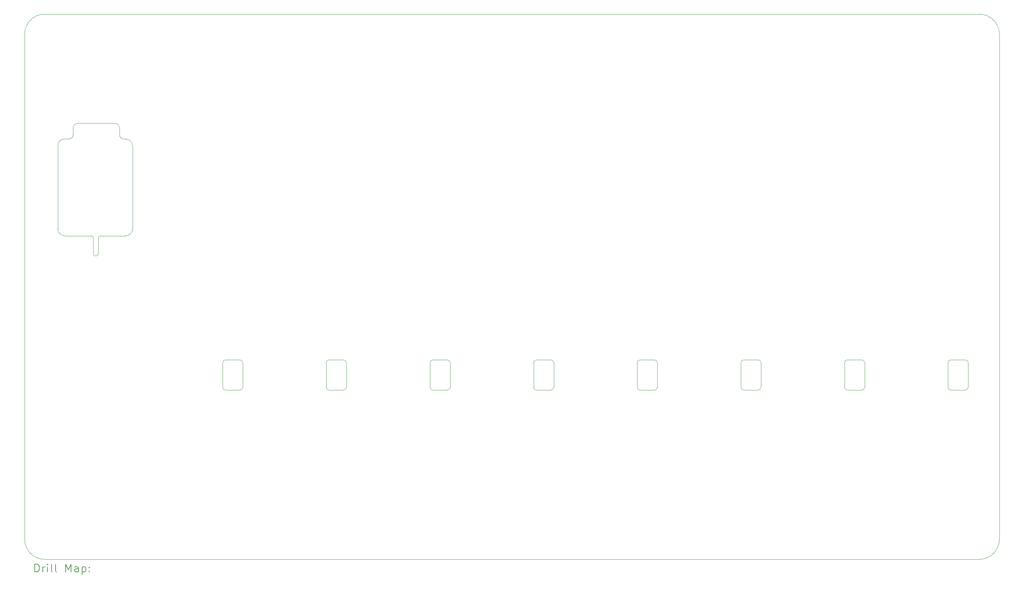
<source format=gbr>
%TF.GenerationSoftware,KiCad,Pcbnew,7.0.9-7.0.9~ubuntu23.04.1*%
%TF.CreationDate,2023-11-23T11:22:59-03:00*%
%TF.ProjectId,projeto_luz_prefeitura_02,70726f6a-6574-46f5-9f6c-757a5f707265,rev?*%
%TF.SameCoordinates,Original*%
%TF.FileFunction,Drillmap*%
%TF.FilePolarity,Positive*%
%FSLAX45Y45*%
G04 Gerber Fmt 4.5, Leading zero omitted, Abs format (unit mm)*
G04 Created by KiCad (PCBNEW 7.0.9-7.0.9~ubuntu23.04.1) date 2023-11-23 11:22:59*
%MOMM*%
%LPD*%
G01*
G04 APERTURE LIST*
%ADD10C,0.100000*%
%ADD11C,0.200000*%
G04 APERTURE END LIST*
D10*
X20147990Y-12071150D02*
X20147990Y-11461550D01*
X7117790Y-12071150D02*
G75*
G03*
X7193990Y-12147350I76200J0D01*
G01*
X3941000Y-8771450D02*
X3915600Y-8771450D01*
X12407600Y-11385350D02*
X12763200Y-11385350D01*
X9796660Y-11385350D02*
G75*
G03*
X9720460Y-11461550I0J-76200D01*
G01*
X17970200Y-12147350D02*
X17614600Y-12147350D01*
X2137210Y-15896790D02*
G75*
G03*
X2645210Y-16404790I508000J0D01*
G01*
X10152260Y-12147350D02*
G75*
G03*
X10228460Y-12071150I0J76200D01*
G01*
X25862990Y-11461550D02*
G75*
G03*
X25786790Y-11385350I-76200J0D01*
G01*
X3864800Y-8720650D02*
X3864800Y-8317860D01*
X26140210Y-2688790D02*
X2645210Y-2688790D01*
X25786790Y-12147350D02*
X25431190Y-12147350D01*
X17538400Y-12071150D02*
X17538400Y-11461550D01*
X10228460Y-11461550D02*
G75*
G03*
X10152260Y-11385350I-76200J0D01*
G01*
X25862990Y-11461550D02*
X25862990Y-12071150D01*
X14934900Y-12071150D02*
G75*
G03*
X15011100Y-12147350I76200J0D01*
G01*
X3941000Y-8771450D02*
G75*
G03*
X3991800Y-8720650I0J50800D01*
G01*
X3149990Y-5828660D02*
G75*
G03*
X2972190Y-6006460I0J-177800D01*
G01*
X18046400Y-11461550D02*
G75*
G03*
X17970200Y-11385350I-76200J0D01*
G01*
X15442900Y-11461550D02*
X15442900Y-12071150D01*
X9720460Y-12071150D02*
X9720460Y-11461550D01*
X4397130Y-5434960D02*
X3483800Y-5434960D01*
X12407600Y-11385350D02*
G75*
G03*
X12331400Y-11461550I0J-76200D01*
G01*
X15442900Y-11461550D02*
G75*
G03*
X15366700Y-11385350I-76200J0D01*
G01*
X9720460Y-12071150D02*
G75*
G03*
X9796660Y-12147350I76200J0D01*
G01*
X25786790Y-12147350D02*
G75*
G03*
X25862990Y-12071150I0J76200D01*
G01*
X2972190Y-6006460D02*
X2972190Y-8089260D01*
X17538400Y-12071150D02*
G75*
G03*
X17614600Y-12147350I76200J0D01*
G01*
X26648210Y-15896790D02*
X26648210Y-3196790D01*
X10152260Y-12147350D02*
X9796660Y-12147350D01*
X26648210Y-3196790D02*
G75*
G03*
X26140210Y-2688790I-508000J0D01*
G01*
X2972190Y-8089260D02*
G75*
G03*
X3149990Y-8267060I177800J0D01*
G01*
X17970200Y-12147350D02*
G75*
G03*
X18046400Y-12071150I0J76200D01*
G01*
X15366700Y-12147350D02*
G75*
G03*
X15442900Y-12071150I0J76200D01*
G01*
X22827300Y-11385350D02*
X23182900Y-11385350D01*
X7625790Y-11461550D02*
G75*
G03*
X7549590Y-11385350I-76200J0D01*
G01*
X3255200Y-5828660D02*
X3149990Y-5828660D01*
X3991800Y-8317860D02*
X3991800Y-8365050D01*
X3483800Y-5434960D02*
G75*
G03*
X3356800Y-5561960I0J-127000D01*
G01*
X3356800Y-5727060D02*
X3356800Y-5561960D01*
X23182900Y-12147350D02*
X22827300Y-12147350D01*
X4524130Y-5561960D02*
G75*
G03*
X4397130Y-5434960I-127000J0D01*
G01*
X17614600Y-11385350D02*
G75*
G03*
X17538400Y-11461550I0J-76200D01*
G01*
X20224190Y-11385350D02*
X20579790Y-11385350D01*
X2645210Y-2688790D02*
G75*
G03*
X2137210Y-3196790I0J-508000D01*
G01*
X2137210Y-3196790D02*
X2137210Y-15896790D01*
X25431190Y-11385350D02*
X25786790Y-11385350D01*
X4042600Y-8267060D02*
X4673990Y-8267060D01*
X3864800Y-8317860D02*
G75*
G03*
X3814000Y-8267060I-50800J0D01*
G01*
X4524130Y-5727060D02*
G75*
G03*
X4625730Y-5828660I101600J0D01*
G01*
X7549590Y-12147350D02*
X7193990Y-12147350D01*
X7193990Y-11385350D02*
G75*
G03*
X7117790Y-11461550I0J-76200D01*
G01*
X15011100Y-11385350D02*
X15366700Y-11385350D01*
X3864800Y-8720650D02*
G75*
G03*
X3915600Y-8771450I50800J0D01*
G01*
X12331400Y-12071150D02*
G75*
G03*
X12407600Y-12147350I76200J0D01*
G01*
X22827300Y-11385350D02*
G75*
G03*
X22751100Y-11461550I0J-76200D01*
G01*
X17614600Y-11385350D02*
X17970200Y-11385350D01*
X12763200Y-12147350D02*
X12407600Y-12147350D01*
X20579790Y-12147350D02*
G75*
G03*
X20655990Y-12071150I0J76200D01*
G01*
X23182900Y-12147350D02*
G75*
G03*
X23259100Y-12071150I0J76200D01*
G01*
X20655990Y-11461550D02*
G75*
G03*
X20579790Y-11385350I-76200J0D01*
G01*
X12839400Y-11461550D02*
X12839400Y-12071150D01*
X26140210Y-16404790D02*
G75*
G03*
X26648210Y-15896790I0J508000D01*
G01*
X23259100Y-11461550D02*
X23259100Y-12071150D01*
X20579790Y-12147350D02*
X20224190Y-12147350D01*
X7193990Y-11385350D02*
X7549590Y-11385350D01*
X20147990Y-12071150D02*
G75*
G03*
X20224190Y-12147350I76200J0D01*
G01*
X4851790Y-8089260D02*
X4851790Y-6006460D01*
X15366700Y-12147350D02*
X15011100Y-12147350D01*
X15011100Y-11385350D02*
G75*
G03*
X14934900Y-11461550I0J-76200D01*
G01*
X3255200Y-5828660D02*
G75*
G03*
X3356800Y-5727060I0J101600D01*
G01*
X4673990Y-5828660D02*
X4625730Y-5828660D01*
X3991800Y-8365050D02*
X3991800Y-8720650D01*
X23259100Y-11461550D02*
G75*
G03*
X23182900Y-11385350I-76200J0D01*
G01*
X25354990Y-12071150D02*
G75*
G03*
X25431190Y-12147350I76200J0D01*
G01*
X4042600Y-8267060D02*
G75*
G03*
X3991800Y-8317860I0J-50800D01*
G01*
X9796660Y-11385350D02*
X10152260Y-11385350D01*
X4851790Y-6006460D02*
G75*
G03*
X4673990Y-5828660I-177800J0D01*
G01*
X25354990Y-12071150D02*
X25354990Y-11461550D01*
X12331400Y-12071150D02*
X12331400Y-11461550D01*
X25431190Y-11385350D02*
G75*
G03*
X25354990Y-11461550I0J-76200D01*
G01*
X14934900Y-12071150D02*
X14934900Y-11461550D01*
X4673990Y-8267060D02*
G75*
G03*
X4851790Y-8089260I0J177800D01*
G01*
X18046400Y-11461550D02*
X18046400Y-12071150D01*
X4524130Y-5561960D02*
X4524130Y-5727060D01*
X7625790Y-11461550D02*
X7625790Y-12071150D01*
X22751100Y-12071150D02*
X22751100Y-11461550D01*
X26140210Y-16404790D02*
X2645210Y-16404790D01*
X7549590Y-12147350D02*
G75*
G03*
X7625790Y-12071150I0J76200D01*
G01*
X10228460Y-11461550D02*
X10228460Y-12071150D01*
X22751100Y-12071150D02*
G75*
G03*
X22827300Y-12147350I76200J0D01*
G01*
X12763200Y-12147350D02*
G75*
G03*
X12839400Y-12071150I0J76200D01*
G01*
X12839400Y-11461550D02*
G75*
G03*
X12763200Y-11385350I-76200J0D01*
G01*
X3149990Y-8267060D02*
X3814000Y-8267060D01*
X20655990Y-11461550D02*
X20655990Y-12071150D01*
X7117790Y-12071150D02*
X7117790Y-11461550D01*
X20224190Y-11385350D02*
G75*
G03*
X20147990Y-11461550I0J-76200D01*
G01*
D11*
X2392987Y-16721274D02*
X2392987Y-16521274D01*
X2392987Y-16521274D02*
X2440606Y-16521274D01*
X2440606Y-16521274D02*
X2469178Y-16530797D01*
X2469178Y-16530797D02*
X2488225Y-16549845D01*
X2488225Y-16549845D02*
X2497749Y-16568893D01*
X2497749Y-16568893D02*
X2507273Y-16606988D01*
X2507273Y-16606988D02*
X2507273Y-16635559D01*
X2507273Y-16635559D02*
X2497749Y-16673654D01*
X2497749Y-16673654D02*
X2488225Y-16692702D01*
X2488225Y-16692702D02*
X2469178Y-16711750D01*
X2469178Y-16711750D02*
X2440606Y-16721274D01*
X2440606Y-16721274D02*
X2392987Y-16721274D01*
X2592987Y-16721274D02*
X2592987Y-16587940D01*
X2592987Y-16626035D02*
X2602511Y-16606988D01*
X2602511Y-16606988D02*
X2612035Y-16597464D01*
X2612035Y-16597464D02*
X2631082Y-16587940D01*
X2631082Y-16587940D02*
X2650130Y-16587940D01*
X2716797Y-16721274D02*
X2716797Y-16587940D01*
X2716797Y-16521274D02*
X2707273Y-16530797D01*
X2707273Y-16530797D02*
X2716797Y-16540321D01*
X2716797Y-16540321D02*
X2726320Y-16530797D01*
X2726320Y-16530797D02*
X2716797Y-16521274D01*
X2716797Y-16521274D02*
X2716797Y-16540321D01*
X2840606Y-16721274D02*
X2821558Y-16711750D01*
X2821558Y-16711750D02*
X2812035Y-16692702D01*
X2812035Y-16692702D02*
X2812035Y-16521274D01*
X2945368Y-16721274D02*
X2926320Y-16711750D01*
X2926320Y-16711750D02*
X2916796Y-16692702D01*
X2916796Y-16692702D02*
X2916796Y-16521274D01*
X3173939Y-16721274D02*
X3173939Y-16521274D01*
X3173939Y-16521274D02*
X3240606Y-16664131D01*
X3240606Y-16664131D02*
X3307273Y-16521274D01*
X3307273Y-16521274D02*
X3307273Y-16721274D01*
X3488225Y-16721274D02*
X3488225Y-16616512D01*
X3488225Y-16616512D02*
X3478701Y-16597464D01*
X3478701Y-16597464D02*
X3459654Y-16587940D01*
X3459654Y-16587940D02*
X3421558Y-16587940D01*
X3421558Y-16587940D02*
X3402511Y-16597464D01*
X3488225Y-16711750D02*
X3469177Y-16721274D01*
X3469177Y-16721274D02*
X3421558Y-16721274D01*
X3421558Y-16721274D02*
X3402511Y-16711750D01*
X3402511Y-16711750D02*
X3392987Y-16692702D01*
X3392987Y-16692702D02*
X3392987Y-16673654D01*
X3392987Y-16673654D02*
X3402511Y-16654607D01*
X3402511Y-16654607D02*
X3421558Y-16645083D01*
X3421558Y-16645083D02*
X3469177Y-16645083D01*
X3469177Y-16645083D02*
X3488225Y-16635559D01*
X3583463Y-16587940D02*
X3583463Y-16787940D01*
X3583463Y-16597464D02*
X3602511Y-16587940D01*
X3602511Y-16587940D02*
X3640606Y-16587940D01*
X3640606Y-16587940D02*
X3659654Y-16597464D01*
X3659654Y-16597464D02*
X3669177Y-16606988D01*
X3669177Y-16606988D02*
X3678701Y-16626035D01*
X3678701Y-16626035D02*
X3678701Y-16683178D01*
X3678701Y-16683178D02*
X3669177Y-16702226D01*
X3669177Y-16702226D02*
X3659654Y-16711750D01*
X3659654Y-16711750D02*
X3640606Y-16721274D01*
X3640606Y-16721274D02*
X3602511Y-16721274D01*
X3602511Y-16721274D02*
X3583463Y-16711750D01*
X3764416Y-16702226D02*
X3773939Y-16711750D01*
X3773939Y-16711750D02*
X3764416Y-16721274D01*
X3764416Y-16721274D02*
X3754892Y-16711750D01*
X3754892Y-16711750D02*
X3764416Y-16702226D01*
X3764416Y-16702226D02*
X3764416Y-16721274D01*
X3764416Y-16597464D02*
X3773939Y-16606988D01*
X3773939Y-16606988D02*
X3764416Y-16616512D01*
X3764416Y-16616512D02*
X3754892Y-16606988D01*
X3754892Y-16606988D02*
X3764416Y-16597464D01*
X3764416Y-16597464D02*
X3764416Y-16616512D01*
M02*

</source>
